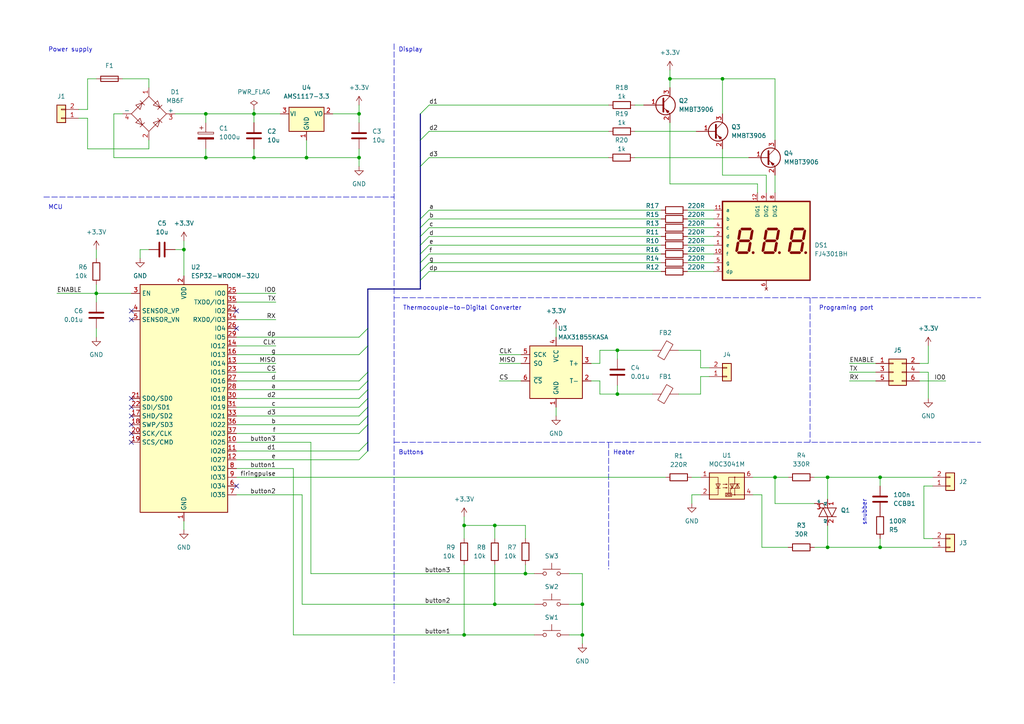
<source format=kicad_sch>
(kicad_sch (version 20211123) (generator eeschema)
  (paper "A4")
  (title_block (title "Reflow946") (date "2022-09-23") (rev "1.1") (company "Arnaud Durand"))
  (lib_symbols
    (symbol "Connector_Generic:Conn_01x02" (pin_names (offset 1.016) hide)
      (property "Reference" "J" (at 0 2.54 0))
      (property "Value" "Conn_01x02" (at 0 -5.08 0))
      (symbol "Conn_01x02_1_1"
        (pin passive line (at -5.08 0 0) (length 3.81) (name "Pin_1") (number "1"))
        (pin passive line (at -5.08 -2.54 0) (length 3.81) (name "Pin_2") (number "2"))
      )
    )
    (symbol "Connector_Generic:Conn_02x03_Odd_Even" (pin_names (offset 1.016) hide)
      (property "Reference" "J" (at 1.27 5.08 0))
      (property "Value" "Conn_02x03_Odd_Even" (at 1.27 -5.08 0))
      (symbol "Conn_02x03_Odd_Even_1_1"
        (pin passive line (at -5.08 2.54 0) (length 3.81) (name "Pin_1") (number "1"))
        (pin passive line (at 7.62 2.54 180) (length 3.81) (name "Pin_2") (number "2"))
        (pin passive line (at -5.08 0 0) (length 3.81) (name "Pin_3") (number "3"))
        (pin passive line (at 7.62 0 180) (length 3.81) (name "Pin_4") (number "4"))
        (pin passive line (at -5.08 -2.54 0) (length 3.81) (name "Pin_5") (number "5"))
        (pin passive line (at 7.62 -2.54 180) (length 3.81) (name "Pin_6") (number "6"))
      )
    )
    (symbol "Device:C" (pin_numbers hide) (pin_names (offset 0.254))
      (property "Reference" "C" (at 0.635 2.54 0))
      (property "Value" "C" (at 0.635 -2.54 0))
      (symbol "C_1_1"
        (pin passive line (at 0 3.81 270) (length 2.794) (name "~") (number "1"))
        (pin passive line (at 0 -3.81 90) (length 2.794) (name "~") (number "2"))
      )
    )
    (symbol "Device:C_Polarized" (pin_numbers hide) (pin_names (offset 0.254))
      (property "Reference" "C" (at 0.635 2.54 0))
      (property "Value" "C_Polarized" (at 0.635 -2.54 0))
      (symbol "C_Polarized_1_1"
        (pin passive line (at 0 3.81 270) (length 2.794) (name "~") (number "1"))
        (pin passive line (at 0 -3.81 90) (length 2.794) (name "~") (number "2"))
      )
    )
    (symbol "Device:FerriteBead" (pin_numbers hide) (pin_names (offset 0))
      (property "Reference" "FB" (at -3.81 0.635 90))
      (property "Value" "FerriteBead" (at 3.81 0 90))
      (symbol "FerriteBead_1_1"
        (pin passive line (at 0 3.81 270) (length 2.54) (name "~") (number "1"))
        (pin passive line (at 0 -3.81 90) (length 2.54) (name "~") (number "2"))
      )
    )
    (symbol "Device:Fuse" (pin_numbers hide) (pin_names (offset 0))
      (property "Reference" "F" (at 2.032 0 90))
      (property "Value" "Fuse" (at -1.905 0 90))
      (symbol "Fuse_1_1"
        (pin passive line (at 0 3.81 270) (length 1.27) (name "~") (number "1"))
        (pin passive line (at 0 -3.81 90) (length 1.27) (name "~") (number "2"))
      )
    )
    (symbol "Device:R" (pin_numbers hide) (pin_names (offset 0))
      (property "Reference" "R" (at 2.032 0 90))
      (property "Value" "R" (at 0 0 90))
      (symbol "R_1_1"
        (pin passive line (at 0 3.81 270) (length 1.27) (name "~") (number "1"))
        (pin passive line (at 0 -3.81 90) (length 1.27) (name "~") (number "2"))
      )
    )
    (symbol "RF_Module:ESP32-WROOM-32U"
      (property "Reference" "U" (at -12.7 34.29 0))
      (property "Value" "ESP32-WROOM-32U" (at 1.27 34.29 0))
      (symbol "ESP32-WROOM-32U_1_1"
        (pin power_in line (at 0 -35.56 90) (length 2.54) (name "GND") (number "1"))
        (pin bidirectional line (at 15.24 -12.7 180) (length 2.54) (name "IO25") (number "10"))
        (pin bidirectional line (at 15.24 -15.24 180) (length 2.54) (name "IO26") (number "11"))
        (pin bidirectional line (at 15.24 -17.78 180) (length 2.54) (name "IO27") (number "12"))
        (pin bidirectional line (at 15.24 10.16 180) (length 2.54) (name "IO14") (number "13"))
        (pin bidirectional line (at 15.24 15.24 180) (length 2.54) (name "IO12") (number "14"))
        (pin passive line (at 0 -35.56 90) (length 2.54) hide (name "GND") (number "15"))
        (pin bidirectional line (at 15.24 12.7 180) (length 2.54) (name "IO13") (number "16"))
        (pin bidirectional line (at -15.24 -5.08 0) (length 2.54) (name "SHD/SD2") (number "17"))
        (pin bidirectional line (at -15.24 -7.62 0) (length 2.54) (name "SWP/SD3") (number "18"))
        (pin bidirectional line (at -15.24 -12.7 0) (length 2.54) (name "SCS/CMD") (number "19"))
        (pin power_in line (at 0 35.56 270) (length 2.54) (name "VDD") (number "2"))
        (pin bidirectional line (at -15.24 -10.16 0) (length 2.54) (name "SCK/CLK") (number "20"))
        (pin bidirectional line (at -15.24 0 0) (length 2.54) (name "SDO/SD0") (number "21"))
        (pin bidirectional line (at -15.24 -2.54 0) (length 2.54) (name "SDI/SD1") (number "22"))
        (pin bidirectional line (at 15.24 7.62 180) (length 2.54) (name "IO15") (number "23"))
        (pin bidirectional line (at 15.24 25.4 180) (length 2.54) (name "IO2") (number "24"))
        (pin bidirectional line (at 15.24 30.48 180) (length 2.54) (name "IO0") (number "25"))
        (pin bidirectional line (at 15.24 20.32 180) (length 2.54) (name "IO4") (number "26"))
        (pin bidirectional line (at 15.24 5.08 180) (length 2.54) (name "IO16") (number "27"))
        (pin bidirectional line (at 15.24 2.54 180) (length 2.54) (name "IO17") (number "28"))
        (pin bidirectional line (at 15.24 17.78 180) (length 2.54) (name "IO5") (number "29"))
        (pin input line (at -15.24 30.48 0) (length 2.54) (name "EN") (number "3"))
        (pin bidirectional line (at 15.24 0 180) (length 2.54) (name "IO18") (number "30"))
        (pin bidirectional line (at 15.24 -2.54 180) (length 2.54) (name "IO19") (number "31"))
        (pin no_connect line (at -12.7 -27.94 0) (length 2.54) hide (name "NC") (number "32"))
        (pin bidirectional line (at 15.24 -5.08 180) (length 2.54) (name "IO21") (number "33"))
        (pin bidirectional line (at 15.24 22.86 180) (length 2.54) (name "RXD0/IO3") (number "34"))
        (pin bidirectional line (at 15.24 27.94 180) (length 2.54) (name "TXD0/IO1") (number "35"))
        (pin bidirectional line (at 15.24 -7.62 180) (length 2.54) (name "IO22") (number "36"))
        (pin bidirectional line (at 15.24 -10.16 180) (length 2.54) (name "IO23") (number "37"))
        (pin passive line (at 0 -35.56 90) (length 2.54) hide (name "GND") (number "38"))
        (pin passive line (at 0 -35.56 90) (length 2.54) hide (name "GND") (number "39"))
        (pin input line (at -15.24 25.4 0) (length 2.54) (name "SENSOR_VP") (number "4"))
        (pin input line (at -15.24 22.86 0) (length 2.54) (name "SENSOR_VN") (number "5"))
        (pin input line (at 15.24 -25.4 180) (length 2.54) (name "IO34") (number "6"))
        (pin input line (at 15.24 -27.94 180) (length 2.54) (name "IO35") (number "7"))
        (pin bidirectional line (at 15.24 -20.32 180) (length 2.54) (name "IO32") (number "8"))
        (pin bidirectional line (at 15.24 -22.86 180) (length 2.54) (name "IO33") (number "9"))
      )
    )
    (symbol "Regulator_Linear:AMS1117-3.3" (pin_names (offset 0.254))
      (property "Reference" "U" (at -3.81 3.175 0))
      (property "Value" "AMS1117-3.3" (at 0 3.175 0))
      (symbol "AMS1117-3.3_1_1"
        (pin power_in line (at 0 -7.62 90) (length 2.54) (name "GND") (number "1"))
        (pin power_out line (at 7.62 0 180) (length 2.54) (name "VO") (number "2"))
        (pin power_in line (at -7.62 0 0) (length 2.54) (name "VI") (number "3"))
      )
    )
    (symbol "Relay_SolidState:MOC3041M"
      (property "Reference" "U" (at -5.08 5.08 0))
      (property "Value" "MOC3041M" (at 0 5.08 0))
      (symbol "MOC3041M_0_0"
        (text "ZCD" (at 0.508 -2.54 0) (effects (font (size 0.508 0.508))))
      )
      (symbol "MOC3041M_1_1"
        (pin passive line (at -7.62 2.54 0) (length 2.54) (name "~") (number "1"))
        (pin passive line (at -7.62 -2.54 0) (length 2.54) (name "~") (number "2"))
        (pin no_connect line (at -5.08 0 0) (length 2.54) hide (name "NC") (number "3"))
        (pin passive line (at 7.62 -2.54 180) (length 2.54) (name "~") (number "4"))
        (pin no_connect line (at 5.08 0 180) (length 2.54) hide (name "NC") (number "5"))
        (pin passive line (at 7.62 2.54 180) (length 2.54) (name "~") (number "6"))
      )
    )
    (symbol "Sensor_Temperature:MAX31855KASA" (pin_names (offset 1.016))
      (property "Reference" "U" (at -7.62 8.89 0))
      (property "Value" "MAX31855KASA" (at 1.27 8.89 0))
      (symbol "MAX31855KASA_1_1"
        (pin power_in line (at 0 -10.16 90) (length 2.54) (name "GND") (number "1"))
        (pin passive line (at -10.16 -2.54 0) (length 2.54) (name "T-") (number "2"))
        (pin passive line (at -10.16 2.54 0) (length 2.54) (name "T+") (number "3"))
        (pin power_in line (at 0 10.16 270) (length 2.54) (name "VCC") (number "4"))
        (pin input line (at 10.16 5.08 180) (length 2.54) (name "SCK") (number "5"))
        (pin input line (at 10.16 -2.54 180) (length 2.54) (name "~{CS}") (number "6"))
        (pin tri_state line (at 10.16 2.54 180) (length 2.54) (name "SO") (number "7"))
      )
    )
    (symbol "Switch:SW_Push" (pin_numbers hide) (pin_names (offset 1.016) hide)
      (property "Reference" "SW" (at 1.27 2.54 0))
      (property "Value" "SW_Push" (at 0 -1.524 0))
      (symbol "SW_Push_0_1"
        (pin passive line (at -5.08 0 0) (length 2.54) (name "1") (number "1"))
        (pin passive line (at 5.08 0 180) (length 2.54) (name "2") (number "2"))
      )
    )
    (symbol "Transistor_BJT:MMBT3906" (pin_names (offset 0) hide)
      (property "Reference" "Q" (at 5.08 1.905 0))
      (property "Value" "MMBT3906" (at 5.08 0 0))
      (symbol "MMBT3906_1_1"
        (pin input line (at -5.08 0 0) (length 5.715) (name "B") (number "1"))
        (pin passive line (at 2.54 -5.08 90) (length 2.54) (name "E") (number "2"))
        (pin passive line (at 2.54 5.08 270) (length 2.54) (name "C") (number "3"))
      )
    )
    (symbol "Triac_Thyristor:BTA16-600B" (pin_names (offset 0))
      (property "Reference" "Q" (at 5.08 1.905 0))
      (property "Value" "BTA16-600B" (at 5.08 0 0))
      (symbol "BTA16-600B_1_1"
        (pin passive line (at 0 -3.81 90) (length 2.54) (name "A1") (number "1"))
        (pin passive line (at 0 3.81 270) (length 2.54) (name "A2") (number "2"))
        (pin input line (at -3.81 -2.54 0) (length 2.54) (name "G") (number "3"))
      )
    )
    (symbol "power:+3.3V" (power) (pin_names (offset 0))
      (property "Value" "+3.3V" (at 0 3.556 0))
      (symbol "+3.3V_1_1"
        (pin power_in line (at 0 0 90) (length 0) hide (name "+3.3V") (number "1"))
      )
    )
    (symbol "power:GND" (power) (pin_names (offset 0))
      (property "Value" "GND" (at 0 -3.81 0))
      (symbol "GND_1_1"
        (pin power_in line (at 0 0 270) (length 0) hide (name "GND") (number "1"))
      )
    )
    (symbol "power:PWR_FLAG" (power) (pin_numbers hide) (pin_names (offset 0) hide)
      (property "Value" "PWR_FLAG" (at 0 3.81 0))
      (symbol "PWR_FLAG_0_0"
        (pin power_out line (at 0 0 90) (length 0) (name "pwr") (number "1"))
      )
    )
    (symbol "reflow946:FJ4301BH" (pin_names (offset 1.016))
      (property "Reference" "DS" (at 13.97 8.89 0))
      (symbol "FJ4301BH_0_0"
        (pin passive line (at -15.24 -1.27 0) (length 2.54) (name "e") (number "1"))
        (pin passive line (at -15.24 -3.81 0) (length 2.54) (name "f") (number "10"))
        (pin passive line (at -15.24 8.89 0) (length 2.54) (name "a") (number "11"))
        (pin passive line (at -2.54 13.97 270) (length 2.54) (name "DIG1") (number "12"))
        (pin passive line (at -15.24 1.27 0) (length 2.54) (name "d") (number "2"))
        (pin passive line (at -15.24 -8.89 0) (length 2.54) (name "dp") (number "3"))
        (pin passive line (at -15.24 3.81 0) (length 2.54) (name "c") (number "4"))
        (pin passive line (at -15.24 -6.35 0) (length 2.54) (name "g") (number "5"))
        (pin no_connect line (at 0 -13.97 90) (length 2.54) (name "~") (number "6"))
        (pin passive line (at -15.24 6.35 0) (length 2.54) (name "b") (number "7"))
        (pin passive line (at 2.54 13.97 270) (length 2.54) (name "DIG3") (number "8"))
        (pin passive line (at 0 13.97 270) (length 2.54) (name "DIG2") (number "9"))
      )
    )
    (symbol "reflow946:MB6F" (pin_names (offset 0))
      (property "Reference" "D" (at 2.54 6.985 0))
      (property "Value" "MB6F" (at 2.54 5.08 0))
      (symbol "MB6F_1_1"
        (pin passive line (at 0 -7.62 90) (length 2.54) (name "~") (number "1"))
        (pin passive line (at 0 7.62 270) (length 2.54) (name "~") (number "2"))
        (pin passive line (at 7.62 0 180) (length 2.54) (name "+") (number "3"))
        (pin passive line (at -7.62 0 0) (length 2.54) (name "-") (number "4"))
      )
    )
  )
  (junction (at 134.62 184.15))
  (junction (at 134.62 152.4))
  (junction (at 73.66 33.02))
  (junction (at 143.51 175.26))
  (junction (at 179.07 101.6))
  (junction (at 53.34 72.39))
  (junction (at 255.27 158.75))
  (junction (at 224.79 138.43))
  (junction (at 59.69 45.72))
  (junction (at 240.03 158.75))
  (junction (at 88.9 45.72))
  (junction (at 104.14 45.72))
  (junction (at 27.94 85.09))
  (junction (at 152.4 166.37))
  (junction (at 209.55 22.86))
  (junction (at 104.14 33.02))
  (junction (at 168.91 175.26))
  (junction (at 194.31 22.86))
  (junction (at 143.51 152.4))
  (junction (at 179.07 114.3))
  (junction (at 59.69 33.02))
  (junction (at 168.91 184.15))
  (junction (at 73.66 45.72))
  (junction (at 240.03 138.43))
  (junction (at 255.27 138.43))
  (no_connect (at 68.58 90.17))
  (no_connect (at 68.58 95.25))
  (no_connect (at 68.58 140.97))
  (no_connect (at 38.1 120.65))
  (no_connect (at 38.1 128.27))
  (no_connect (at 38.1 125.73))
  (no_connect (at 38.1 115.57))
  (no_connect (at 38.1 123.19))
  (no_connect (at 38.1 118.11))
  (no_connect (at 38.1 90.17))
  (no_connect (at 38.1 92.71))
  (bus_entry (at 124.46 71.12) (size -2.54 2.54))
  (bus_entry (at 104.14 115.57) (size 2.54 -2.54))
  (bus_entry (at 104.14 97.79) (size 2.54 -2.54))
  (bus_entry (at 104.14 125.73) (size 2.54 -2.54))
  (bus_entry (at 104.14 110.49) (size 2.54 -2.54))
  (bus_entry (at 124.46 38.1) (size -2.54 2.54))
  (bus_entry (at 124.46 68.58) (size -2.54 2.54))
  (bus_entry (at 124.46 78.74) (size -2.54 2.54))
  (bus_entry (at 104.14 133.35) (size 2.54 -2.54))
  (bus_entry (at 124.46 45.72) (size -2.54 2.54))
  (bus_entry (at 124.46 76.2) (size -2.54 2.54))
  (bus_entry (at 124.46 30.48) (size -2.54 2.54))
  (bus_entry (at 104.14 113.03) (size 2.54 -2.54))
  (bus_entry (at 104.14 118.11) (size 2.54 -2.54))
  (bus_entry (at 124.46 63.5) (size -2.54 2.54))
  (bus_entry (at 104.14 120.65) (size 2.54 -2.54))
  (bus_entry (at 104.14 123.19) (size 2.54 -2.54))
  (bus_entry (at 124.46 66.04) (size -2.54 2.54))
  (bus_entry (at 104.14 102.87) (size 2.54 -2.54))
  (bus_entry (at 104.14 130.81) (size 2.54 -2.54))
  (bus_entry (at 124.46 60.96) (size -2.54 2.54))
  (bus_entry (at 124.46 73.66) (size -2.54 2.54))
  (bus (pts (xy 121.92 76.2) (xy 121.92 78.74)))
  (bus (pts (xy 106.68 123.19) (xy 106.68 128.27)))
  (wire (pts (xy 255.27 138.43) (xy 255.27 140.97)))
  (polyline (pts (xy 114.3 128.27) (xy 284.48 128.27)))
  (wire (pts (xy 205.74 106.68) (xy 203.2 106.68)))
  (wire (pts (xy 179.07 101.6) (xy 189.23 101.6)))
  (wire (pts (xy 267.97 156.21) (xy 270.51 156.21)))
  (wire (pts (xy 200.66 143.51) (xy 200.66 146.05)))
  (wire (pts (xy 224.79 50.8) (xy 224.79 55.88)))
  (bus (pts (xy 106.68 115.57) (xy 106.68 118.11)))
  (wire (pts (xy 27.94 72.39) (xy 27.94 74.93)))
  (bus (pts (xy 106.68 83.82) (xy 106.68 95.25)))
  (wire (pts (xy 68.58 128.27) (xy 90.17 128.27)))
  (wire (pts (xy 124.46 71.12) (xy 191.77 71.12)))
  (wire (pts (xy 134.62 184.15) (xy 85.09 184.15)))
  (wire (pts (xy 40.64 72.39) (xy 43.18 72.39)))
  (wire (pts (xy 27.94 82.55) (xy 27.94 85.09)))
  (wire (pts (xy 196.85 114.3) (xy 203.2 114.3)))
  (wire (pts (xy 224.79 146.05) (xy 236.22 146.05)))
  (wire (pts (xy 25.4 43.18) (xy 43.18 43.18)))
  (wire (pts (xy 85.09 135.89) (xy 85.09 184.15)))
  (wire (pts (xy 152.4 166.37) (xy 152.4 163.83)))
  (wire (pts (xy 168.91 175.26) (xy 168.91 184.15)))
  (wire (pts (xy 124.46 73.66) (xy 191.77 73.66)))
  (wire (pts (xy 143.51 152.4) (xy 143.51 156.21)))
  (wire (pts (xy 87.63 175.26) (xy 87.63 143.51)))
  (wire (pts (xy 104.14 35.56) (xy 104.14 33.02)))
  (wire (pts (xy 199.39 68.58) (xy 207.01 68.58)))
  (wire (pts (xy 184.15 30.48) (xy 186.69 30.48)))
  (polyline (pts (xy 234.95 86.36) (xy 234.95 128.27)))
  (wire (pts (xy 53.34 72.39) (xy 53.34 80.01)))
  (wire (pts (xy 203.2 106.68) (xy 203.2 101.6)))
  (wire (pts (xy 68.58 135.89) (xy 85.09 135.89)))
  (polyline (pts (xy 114.3 86.36) (xy 284.48 86.36)))
  (wire (pts (xy 134.62 149.86) (xy 134.62 152.4)))
  (wire (pts (xy 199.39 78.74) (xy 207.01 78.74)))
  (wire (pts (xy 124.46 78.74) (xy 191.77 78.74)))
  (wire (pts (xy 104.14 45.72) (xy 88.9 45.72)))
  (bus (pts (xy 121.92 83.82) (xy 121.92 81.28)))
  (wire (pts (xy 269.24 107.95) (xy 269.24 115.57)))
  (wire (pts (xy 266.7 110.49) (xy 274.32 110.49)))
  (wire (pts (xy 267.97 156.21) (xy 267.97 140.97)))
  (wire (pts (xy 68.58 133.35) (xy 104.14 133.35)))
  (wire (pts (xy 184.15 38.1) (xy 201.93 38.1)))
  (wire (pts (xy 27.94 85.09) (xy 27.94 87.63)))
  (wire (pts (xy 68.58 123.19) (xy 104.14 123.19)))
  (wire (pts (xy 143.51 152.4) (xy 134.62 152.4)))
  (wire (pts (xy 236.22 138.43) (xy 240.03 138.43)))
  (bus (pts (xy 121.92 71.12) (xy 121.92 73.66)))
  (bus (pts (xy 106.68 95.25) (xy 106.68 100.33)))
  (wire (pts (xy 199.39 63.5) (xy 207.01 63.5)))
  (wire (pts (xy 104.14 45.72) (xy 104.14 48.26)))
  (wire (pts (xy 255.27 158.75) (xy 270.51 158.75)))
  (wire (pts (xy 59.69 35.56) (xy 59.69 33.02)))
  (wire (pts (xy 219.71 53.34) (xy 219.71 55.88)))
  (wire (pts (xy 154.94 184.15) (xy 134.62 184.15)))
  (polyline (pts (xy 114.3 12.7) (xy 114.3 198.12)))
  (wire (pts (xy 68.58 130.81) (xy 104.14 130.81)))
  (wire (pts (xy 68.58 143.51) (xy 87.63 143.51)))
  (wire (pts (xy 165.1 166.37) (xy 168.91 166.37)))
  (wire (pts (xy 68.58 102.87) (xy 104.14 102.87)))
  (wire (pts (xy 43.18 22.86) (xy 43.18 25.4)))
  (wire (pts (xy 179.07 111.76) (xy 179.07 114.3)))
  (wire (pts (xy 124.46 38.1) (xy 176.53 38.1)))
  (bus (pts (xy 121.92 78.74) (xy 121.92 81.28)))
  (wire (pts (xy 124.46 76.2) (xy 191.77 76.2)))
  (wire (pts (xy 68.58 105.41) (xy 80.01 105.41)))
  (wire (pts (xy 222.25 50.8) (xy 222.25 55.88)))
  (wire (pts (xy 179.07 101.6) (xy 179.07 104.14)))
  (wire (pts (xy 154.94 175.26) (xy 143.51 175.26)))
  (wire (pts (xy 40.64 74.93) (xy 40.64 72.39)))
  (wire (pts (xy 33.02 45.72) (xy 59.69 45.72)))
  (wire (pts (xy 124.46 68.58) (xy 191.77 68.58)))
  (wire (pts (xy 104.14 30.48) (xy 104.14 33.02)))
  (wire (pts (xy 35.56 33.02) (xy 33.02 33.02)))
  (wire (pts (xy 224.79 138.43) (xy 224.79 146.05)))
  (wire (pts (xy 196.85 101.6) (xy 203.2 101.6)))
  (wire (pts (xy 266.7 107.95) (xy 269.24 107.95)))
  (wire (pts (xy 161.29 95.25) (xy 161.29 97.79)))
  (wire (pts (xy 199.39 73.66) (xy 207.01 73.66)))
  (wire (pts (xy 209.55 43.18) (xy 209.55 50.8)))
  (wire (pts (xy 27.94 95.25) (xy 27.94 97.79)))
  (bus (pts (xy 121.92 33.02) (xy 121.92 40.64)))
  (wire (pts (xy 50.8 72.39) (xy 53.34 72.39)))
  (wire (pts (xy 68.58 87.63) (xy 80.01 87.63)))
  (wire (pts (xy 73.66 33.02) (xy 73.66 35.56)))
  (polyline (pts (xy 12.7 57.15) (xy 114.3 57.15)))
  (wire (pts (xy 168.91 166.37) (xy 168.91 175.26)))
  (wire (pts (xy 246.38 105.41) (xy 254 105.41)))
  (wire (pts (xy 218.44 138.43) (xy 224.79 138.43)))
  (wire (pts (xy 220.98 158.75) (xy 228.6 158.75)))
  (wire (pts (xy 144.78 105.41) (xy 151.13 105.41)))
  (wire (pts (xy 81.28 33.02) (xy 73.66 33.02)))
  (wire (pts (xy 203.2 109.22) (xy 203.2 114.3)))
  (wire (pts (xy 59.69 43.18) (xy 59.69 45.72)))
  (wire (pts (xy 228.6 138.43) (xy 224.79 138.43)))
  (wire (pts (xy 199.39 76.2) (xy 207.01 76.2)))
  (wire (pts (xy 68.58 107.95) (xy 80.01 107.95)))
  (wire (pts (xy 173.99 101.6) (xy 179.07 101.6)))
  (wire (pts (xy 236.22 158.75) (xy 240.03 158.75)))
  (bus (pts (xy 106.68 100.33) (xy 106.68 107.95)))
  (wire (pts (xy 68.58 92.71) (xy 80.01 92.71)))
  (wire (pts (xy 73.66 31.75) (xy 73.66 33.02)))
  (wire (pts (xy 154.94 166.37) (xy 152.4 166.37)))
  (wire (pts (xy 144.78 110.49) (xy 151.13 110.49)))
  (wire (pts (xy 25.4 22.86) (xy 27.94 22.86)))
  (wire (pts (xy 194.31 35.56) (xy 194.31 53.34)))
  (wire (pts (xy 68.58 97.79) (xy 104.14 97.79)))
  (wire (pts (xy 205.74 109.22) (xy 203.2 109.22)))
  (wire (pts (xy 267.97 140.97) (xy 270.51 140.97)))
  (wire (pts (xy 22.86 31.75) (xy 25.4 31.75)))
  (wire (pts (xy 25.4 31.75) (xy 25.4 22.86)))
  (wire (pts (xy 209.55 22.86) (xy 194.31 22.86)))
  (wire (pts (xy 53.34 151.13) (xy 53.34 153.67)))
  (bus (pts (xy 121.92 48.26) (xy 121.92 63.5)))
  (wire (pts (xy 134.62 156.21) (xy 134.62 152.4)))
  (bus (pts (xy 121.92 66.04) (xy 121.92 68.58)))
  (wire (pts (xy 59.69 33.02) (xy 73.66 33.02)))
  (wire (pts (xy 224.79 40.64) (xy 224.79 22.86)))
  (wire (pts (xy 22.86 34.29) (xy 25.4 34.29)))
  (bus (pts (xy 106.68 83.82) (xy 121.92 83.82)))
  (wire (pts (xy 240.03 152.4) (xy 240.03 158.75)))
  (wire (pts (xy 35.56 22.86) (xy 43.18 22.86)))
  (wire (pts (xy 194.31 22.86) (xy 194.31 25.4)))
  (bus (pts (xy 106.68 113.03) (xy 106.68 115.57)))
  (wire (pts (xy 173.99 105.41) (xy 173.99 101.6)))
  (wire (pts (xy 168.91 175.26) (xy 165.1 175.26)))
  (wire (pts (xy 152.4 156.21) (xy 152.4 152.4)))
  (bus (pts (xy 106.68 118.11) (xy 106.68 120.65)))
  (wire (pts (xy 25.4 34.29) (xy 25.4 43.18)))
  (wire (pts (xy 269.24 105.41) (xy 266.7 105.41)))
  (bus (pts (xy 121.92 40.64) (xy 121.92 48.26)))
  (bus (pts (xy 121.92 73.66) (xy 121.92 76.2)))
  (wire (pts (xy 199.39 60.96) (xy 207.01 60.96)))
  (wire (pts (xy 173.99 110.49) (xy 173.99 114.3)))
  (wire (pts (xy 173.99 114.3) (xy 179.07 114.3)))
  (wire (pts (xy 104.14 43.18) (xy 104.14 45.72)))
  (wire (pts (xy 246.38 107.95) (xy 254 107.95)))
  (wire (pts (xy 16.51 85.09) (xy 27.94 85.09)))
  (wire (pts (xy 124.46 66.04) (xy 191.77 66.04)))
  (wire (pts (xy 194.31 53.34) (xy 219.71 53.34)))
  (wire (pts (xy 179.07 114.3) (xy 189.23 114.3)))
  (wire (pts (xy 143.51 175.26) (xy 87.63 175.26)))
  (wire (pts (xy 171.45 105.41) (xy 173.99 105.41)))
  (wire (pts (xy 90.17 166.37) (xy 90.17 128.27)))
  (wire (pts (xy 199.39 71.12) (xy 207.01 71.12)))
  (wire (pts (xy 68.58 110.49) (xy 104.14 110.49)))
  (wire (pts (xy 68.58 115.57) (xy 104.14 115.57)))
  (wire (pts (xy 68.58 100.33) (xy 80.01 100.33)))
  (wire (pts (xy 209.55 50.8) (xy 222.25 50.8)))
  (wire (pts (xy 124.46 60.96) (xy 191.77 60.96)))
  (wire (pts (xy 218.44 143.51) (xy 220.98 143.51)))
  (wire (pts (xy 203.2 143.51) (xy 200.66 143.51)))
  (wire (pts (xy 161.29 118.11) (xy 161.29 120.65)))
  (wire (pts (xy 88.9 45.72) (xy 88.9 40.64)))
  (wire (pts (xy 152.4 152.4) (xy 143.51 152.4)))
  (wire (pts (xy 168.91 184.15) (xy 168.91 186.69)))
  (wire (pts (xy 240.03 144.78) (xy 240.03 138.43)))
  (wire (pts (xy 199.39 66.04) (xy 207.01 66.04)))
  (wire (pts (xy 68.58 85.09) (xy 80.01 85.09)))
  (wire (pts (xy 68.58 125.73) (xy 104.14 125.73)))
  (wire (pts (xy 255.27 158.75) (xy 255.27 156.21)))
  (wire (pts (xy 224.79 22.86) (xy 209.55 22.86)))
  (wire (pts (xy 269.24 100.33) (xy 269.24 105.41)))
  (bus (pts (xy 121.92 63.5) (xy 121.92 66.04)))
  (wire (pts (xy 200.66 138.43) (xy 203.2 138.43)))
  (wire (pts (xy 124.46 45.72) (xy 176.4766 45.72)))
  (wire (pts (xy 255.27 138.43) (xy 270.51 138.43)))
  (wire (pts (xy 124.46 30.48) (xy 176.53 30.48)))
  (wire (pts (xy 144.78 102.87) (xy 151.13 102.87)))
  (wire (pts (xy 43.18 43.18) (xy 43.18 40.64)))
  (bus (pts (xy 106.68 107.95) (xy 106.68 110.49)))
  (wire (pts (xy 68.58 113.03) (xy 104.14 113.03)))
  (wire (pts (xy 220.98 143.51) (xy 220.98 158.75)))
  (wire (pts (xy 104.14 33.02) (xy 96.52 33.02)))
  (wire (pts (xy 59.69 45.72) (xy 73.66 45.72)))
  (wire (pts (xy 194.31 20.32) (xy 194.31 22.86)))
  (wire (pts (xy 240.03 138.43) (xy 255.27 138.43)))
  (wire (pts (xy 68.58 138.43) (xy 193.04 138.43)))
  (wire (pts (xy 134.62 184.15) (xy 134.62 163.83)))
  (wire (pts (xy 171.45 110.49) (xy 173.99 110.49)))
  (wire (pts (xy 27.94 85.09) (xy 38.1 85.09)))
  (wire (pts (xy 124.46 63.5) (xy 191.77 63.5)))
  (wire (pts (xy 168.91 184.15) (xy 165.1 184.15)))
  (wire (pts (xy 68.58 120.65) (xy 104.14 120.65)))
  (wire (pts (xy 73.66 45.72) (xy 88.9 45.72)))
  (wire (pts (xy 68.58 118.11) (xy 104.14 118.11)))
  (bus (pts (xy 106.68 110.49) (xy 106.68 113.03)))
  (wire (pts (xy 240.03 158.75) (xy 255.27 158.75)))
  (wire (pts (xy 73.66 43.18) (xy 73.66 45.72)))
  (wire (pts (xy 184.0966 45.72) (xy 217.17 45.72)))
  (polyline (pts (xy 176.53 128.27) (xy 176.53 165.1)))
  (wire (pts (xy 246.38 110.49) (xy 254 110.49)))
  (wire (pts (xy 209.55 33.02) (xy 209.55 22.86)))
  (wire (pts (xy 90.17 166.37) (xy 152.4 166.37)))
  (wire (pts (xy 50.8 33.02) (xy 59.69 33.02)))
  (wire (pts (xy 33.02 33.02) (xy 33.02 45.72)))
  (wire (pts (xy 53.34 69.85) (xy 53.34 72.39)))
  (wire (pts (xy 143.51 163.83) (xy 143.51 175.26)))
  (bus (pts (xy 106.68 128.27) (xy 106.68 130.81)))
  (bus (pts (xy 121.92 68.58) (xy 121.92 71.12)))
  (bus (pts (xy 106.68 120.65) (xy 106.68 123.19)))
  (text "Power supply" (at 13.97 15.24 0) (effects (font (size 1.27 1.27)) (justify left bottom)))
  (text "Programing port" (at 237.49 90.17 0) (effects (font (size 1.27 1.27)) (justify left bottom)))
  (text "Thermocouple-to-Digital Converter" (at 116.84 90.17 0) (effects (font (size 1.27 1.27)) (justify left bottom)))
  (text "snubber" (at 251.46 144.78 270) (effects (font (size 1.27 1.27)) (justify right bottom)))
  (text "MCU" (at 13.97 60.96 0) (effects (font (size 1.27 1.27)) (justify left bottom)))
  (text "Heater" (at 177.8 132.08 0) (effects (font (size 1.27 1.27)) (justify left bottom)))
  (text "Display" (at 115.57 15.24 0) (effects (font (size 1.27 1.27)) (justify left bottom)))
  (text "Buttons" (at 115.57 132.08 0) (effects (font (size 1.27 1.27)) (justify left bottom)))
  (label "d" (at 80.01 110.49 180))
  (label "CLK" (at 144.78 102.87 0))
  (label "dp" (at 77.47 97.79 0))
  (label "d3" (at 124.46 45.72 0))
  (label "button3" (at 123.19 166.37 0))
  (label "button2" (at 80.01 143.51 180))
  (label "c" (at 80.01 118.11 180))
  (label "c" (at 124.46 66.04 0))
  (label "a" (at 124.46 60.96 0))
  (label "TX" (at 246.38 107.95 0))
  (label "CS" (at 80.01 107.95 180))
  (label "RX" (at 80.01 92.71 180))
  (label "ENABLE" (at 246.38 105.41 0))
  (label "e" (at 124.46 71.12 0))
  (label "ENABLE" (at 16.51 85.09 0))
  (label "firingpulse" (at 80.01 138.43 180))
  (label "d" (at 124.46 68.58 0))
  (label "dp" (at 124.46 78.74 0))
  (label "g" (at 80.01 102.87 180))
  (label "IO0" (at 80.01 85.09 180))
  (label "button1" (at 123.19 184.15 0))
  (label "d1" (at 124.46 30.48 0))
  (label "CS" (at 144.78 110.49 0))
  (label "CLK" (at 80.01 100.33 180))
  (label "MISO" (at 80.01 105.41 180))
  (label "d3" (at 80.01 120.65 180))
  (label "button3" (at 80.01 128.27 180))
  (label "f" (at 80.01 125.73 180))
  (label "MISO" (at 144.78 105.41 0))
  (label "a" (at 80.01 113.03 180))
  (label "d2" (at 80.01 115.57 180))
  (label "IO0" (at 274.32 110.49 180))
  (label "f" (at 124.46 73.66 0))
  (label "TX" (at 80.01 87.63 180))
  (label "button2" (at 123.19 175.26 0))
  (label "d2" (at 124.46 38.1 0))
  (label "RX" (at 246.38 110.49 0))
  (label "b" (at 80.01 123.19 180))
  (label "b" (at 124.46 63.5 0))
  (label "e" (at 80.01 133.35 180))
  (label "button1" (at 80.01 135.89 180))
  (label "d1" (at 80.01 130.81 180))
  (label "g" (at 124.46 76.2 0))
  (symbol (lib_id "Device:C") (at 46.99 72.39 90) (unit 1)
    (property "Reference" "C5" (at 46.99 64.77 90))
    (property "Value" "10u" (at 46.99 67.31 90))
    (property "Footprint" "Capacitor_SMD:C_0805_2012Metric_Pad1.18x1.45mm_HandSolder" (effects hide))
  )
  (symbol (lib_id "Regulator_Linear:AMS1117-3.3") (at 88.9 33.02 0) (unit 1)
    (property "Reference" "U4" (at 88.9 25.4 0))
    (property "Value" "AMS1117-3.3" (at 88.9 27.94 0))
    (property "Footprint" "Package_TO_SOT_SMD:SOT-223-3_TabPin2" (effects hide))
    (property "Datasheet" "http://www.advanced-monolithic.com/pdf/ds1117.pdf" (effects hide))
    (property "LCSC Part #" "C6186" (effects hide))
    (property "Part Number" "AMS1117-3.3" (effects hide))
  )
  (symbol (lib_id "power:GND") (at 104.14 48.26 0) (unit 1)
    (property "Reference" "#PWR0104" (effects hide))
    (property "Value" "GND" (at 104.14 53.34 0))
  )
  (symbol (lib_id "Device:R") (at 134.62 160.02 0) (mirror x) (unit 1)
    (property "Reference" "R9" (at 132.08 158.7499 0) (effects (justify right)))
    (property "Value" "10k" (at 132.08 161.2899 0) (effects (justify right)))
    (property "Footprint" "Resistor_SMD:R_0603_1608Metric_Pad0.98x0.95mm_HandSolder" (effects hide))
  )
  (symbol (lib_id "Device:R") (at 195.58 63.5 90) (unit 1)
    (property "Reference" "R15" (at 189.23 62.23 90))
    (property "Value" "220R" (at 201.93 62.23 90))
    (property "Footprint" "Resistor_SMD:R_0603_1608Metric_Pad0.98x0.95mm_HandSolder" (effects hide))
  )
  (symbol (lib_id "power:+3.3V") (at 194.31 20.32 0) (unit 1)
    (property "Reference" "#PWR0115" (effects hide))
    (property "Value" "+3.3V" (at 194.31 15.24 0))
  )
  (symbol (lib_id "reflow946:FJ4301BH") (at 222.25 69.85 0) (unit 1)
    (property "Reference" "DS1" (at 236.22 71.1199 0) (effects (justify left)))
    (property "Value" "FJ4301BH" (at 236.22 73.6599 0) (effects (justify left)))
    (property "Footprint" "reflow946:FJ4301BH" (effects hide))
    (property "LCSC Part #" "C10706" (effects hide))
    (property "Part Number" "C10706" (effects hide))
  )
  (symbol (lib_id "Device:R") (at 195.58 76.2 90) (unit 1)
    (property "Reference" "R14" (at 189.23 74.93 90))
    (property "Value" "220R" (at 201.93 74.93 90))
    (property "Footprint" "Resistor_SMD:R_0603_1608Metric_Pad0.98x0.95mm_HandSolder" (effects hide))
  )
  (symbol (lib_id "Sensor_Temperature:MAX31855KASA") (at 161.29 107.95 0) (mirror y) (unit 1)
    (property "Reference" "U3" (at 161.8106 95.25 0) (effects (justify right)))
    (property "Value" "MAX31855KASA" (at 161.8106 97.79 0) (effects (justify right)))
    (property "Footprint" "Package_SO:SOIC-8_3.9x4.9mm_P1.27mm" (effects hide))
    (property "Datasheet" "http://datasheets.maximintegrated.com/en/ds/MAX31855.pdf" (effects hide))
    (property "LCSC Part #" "C52028" (effects hide))
    (property "Part Number" "MAX31855KASA+T" (effects hide))
  )
  (symbol (lib_id "Device:C") (at 73.66 39.37 0) (unit 1)
    (property "Reference" "C2" (at 77.47 38.0999 0) (effects (justify left)))
    (property "Value" "10u" (at 77.47 40.6399 0) (effects (justify left)))
    (property "Footprint" "Capacitor_SMD:C_0805_2012Metric_Pad1.18x1.45mm_HandSolder" (effects hide))
  )
  (symbol (lib_id "Connector_Generic:Conn_01x02") (at 210.82 109.22 0) (mirror x) (unit 1)
    (property "Reference" "J4" (at 210.82 102.87 0))
    (property "Value" "XH-A2" (effects hide))
    (property "Footprint" "reflow946:CONN-TH_XH-2A" (effects hide))
    (property "LCSC Part #" "C20079" (effects hide))
    (property "Part Number" "XH-2A" (effects hide))
  )
  (symbol (lib_id "Device:R") (at 180.34 38.1 90) (unit 1)
    (property "Reference" "R19" (at 180.34 33.02 90))
    (property "Value" "1k" (at 180.34 35.56 90))
    (property "Footprint" "Resistor_SMD:R_0603_1608Metric_Pad0.98x0.95mm_HandSolder" (effects hide))
  )
  (symbol (lib_id "power:GND") (at 40.64 74.93 0) (unit 1)
    (property "Reference" "#PWR0108" (effects hide))
    (property "Value" "GND" (at 40.64 80.01 0))
  )
  (symbol (lib_id "power:GND") (at 200.66 146.05 0) (unit 1)
    (property "Reference" "#PWR0105" (effects hide))
    (property "Value" "GND" (at 200.66 151.13 0))
  )
  (symbol (lib_id "power:+3.3V") (at 104.14 30.48 0) (unit 1)
    (property "Reference" "#PWR0103" (effects hide))
    (property "Value" "+3.3V" (at 104.14 25.4 0))
  )
  (symbol (lib_id "Device:R") (at 143.51 160.02 0) (mirror x) (unit 1)
    (property "Reference" "R8" (at 140.97 158.7499 0) (effects (justify right)))
    (property "Value" "10k" (at 140.97 161.2899 0) (effects (justify right)))
    (property "Footprint" "Resistor_SMD:R_0603_1608Metric_Pad0.98x0.95mm_HandSolder" (effects hide))
  )
  (symbol (lib_id "Device:R") (at 196.85 138.43 90) (unit 1)
    (property "Reference" "R1" (at 196.85 132.2376 90))
    (property "Value" "220R" (at 196.85 134.7776 90))
    (property "Footprint" "Resistor_SMD:R_0603_1608Metric_Pad0.98x0.95mm_HandSolder" (effects hide))
  )
  (symbol (lib_id "Device:FerriteBead") (at 193.04 114.3 90) (unit 1)
    (property "Reference" "FB1" (at 192.9892 109.22 90))
    (property "Value" "FerriteBead" (effects hide))
    (property "Footprint" "Resistor_SMD:R_0402_1005Metric_Pad0.72x0.64mm_HandSolder" (effects hide))
  )
  (symbol (lib_id "Device:C") (at 255.27 144.78 0) (mirror x) (unit 1)
    (property "Reference" "CCBB1" (at 259.08 146.0501 0) (effects (justify left)))
    (property "Value" "100n" (at 259.08 143.5101 0) (effects (justify left)))
    (property "Footprint" "Capacitor_THT:C_Rect_L13.0mm_W6.0mm_P10.00mm_FKS3_FKP3_MKS4" (effects hide))
    (property "LCSC Part #" "C105712" (effects hide))
    (property "Part Number" "MP1104K44C3R6LC" (effects hide))
  )
  (symbol (lib_id "Device:Fuse") (at 31.75 22.86 90) (unit 1)
    (property "Reference" "F1" (at 31.75 19.05 90))
    (property "Value" "SMD0805-020-16V" (effects hide))
    (property "Footprint" "Fuse:Fuse_0805_2012Metric_Pad1.15x1.40mm_HandSolder" (effects hide))
    (property "LCSC Part #" "C70057" (effects hide))
    (property "Part Number" "SMD0805-020-16V" (effects hide))
  )
  (symbol (lib_id "Device:R") (at 180.34 30.48 90) (unit 1)
    (property "Reference" "R18" (at 180.34 25.4 90))
    (property "Value" "1k" (at 180.34 27.94 90))
    (property "Footprint" "Resistor_SMD:R_0603_1608Metric_Pad0.98x0.95mm_HandSolder" (effects hide))
  )
  (symbol (lib_id "Device:R") (at 195.58 78.74 90) (unit 1)
    (property "Reference" "R12" (at 189.23 77.47 90))
    (property "Value" "220R" (at 201.93 77.47 90))
    (property "Footprint" "Resistor_SMD:R_0603_1608Metric_Pad0.98x0.95mm_HandSolder" (effects hide))
  )
  (symbol (lib_id "Relay_SolidState:MOC3041M") (at 210.82 140.97 0) (unit 1)
    (property "Reference" "U1" (at 210.82 132.08 0))
    (property "Value" "MOC3041M" (at 210.82 134.62 0))
    (property "Footprint" "Package_DIP:DIP-6_W7.62mm_LongPads" (effects hide))
    (property "Datasheet" "https://www.onsemi.com/pub/Collateral/MOC3043M-D.pdf" (effects hide))
    (property "LCSC Part #" "C8921" (effects hide))
    (property "Part Number" "MOC3041M" (effects hide))
  )
  (symbol (lib_id "Device:R") (at 255.27 152.4 0) (mirror y) (unit 1)
    (property "Reference" "R5" (at 257.81 153.6701 0) (effects (justify right)))
    (property "Value" "100R" (at 257.81 151.1301 0) (effects (justify right)))
    (property "Footprint" "Resistor_THT:R_Axial_DIN0414_L11.9mm_D4.5mm_P15.24mm_Horizontal" (effects hide))
  )
  (symbol (lib_id "Device:R") (at 180.2866 45.72 90) (unit 1)
    (property "Reference" "R20" (at 180.2866 40.64 90))
    (property "Value" "1k" (at 180.2866 43.18 90))
    (property "Footprint" "Resistor_SMD:R_0603_1608Metric_Pad0.98x0.95mm_HandSolder" (effects hide))
  )
  (symbol (lib_id "RF_Module:ESP32-WROOM-32U") (at 53.34 115.57 0) (unit 1)
    (property "Reference" "U2" (at 55.3594 77.47 0) (effects (justify left)))
    (property "Value" "ESP32-WROOM-32U" (at 55.3594 80.01 0) (effects (justify left)))
    (property "Footprint" "RF_Module:ESP32-WROOM-32U" (effects hide))
    (property "Datasheet" "https://www.espressif.com/sites/default/files/documentation/esp32-wroom-32d_esp32-wroom-32u_datasheet_en.pdf" (effects hide))
    (property "LCSC Part #" "C3013938" (effects hide))
    (property "Part Number" "ESP32-WROOM-32U-H4" (effects hide))
  )
  (symbol (lib_id "Switch:SW_Push") (at 160.02 184.15 0) (unit 1)
    (property "Reference" "SW1" (at 160.02 179.07 0))
    (property "Value" "SW_Push" (effects hide))
    (property "Footprint" "reflow946:SW-TH_D6C10F1LFS" (effects hide))
    (property "LCSC Part #" "C2689630" (effects hide))
    (property "Part Number" "D6C40F1LFS" (effects hide))
  )
  (symbol (lib_id "power:GND") (at 161.29 120.65 0) (unit 1)
    (property "Reference" "#PWR0112" (effects hide))
    (property "Value" "GND" (at 161.29 125.73 0))
  )
  (symbol (lib_id "Device:R") (at 152.4 160.02 0) (mirror x) (unit 1)
    (property "Reference" "R7" (at 149.86 158.7499 0) (effects (justify right)))
    (property "Value" "10k" (at 149.86 161.2899 0) (effects (justify right)))
    (property "Footprint" "Resistor_SMD:R_0603_1608Metric_Pad0.98x0.95mm_HandSolder" (effects hide))
  )
  (symbol (lib_id "Switch:SW_Push") (at 160.02 175.26 0) (unit 1)
    (property "Reference" "SW2" (at 160.02 170.18 0))
    (property "Value" "SW_Push" (effects hide))
    (property "Footprint" "reflow946:SW-TH_D6C10F1LFS" (effects hide))
    (property "LCSC Part #" "C2689630" (effects hide))
    (property "Part Number" "D6C40F1LFS" (effects hide))
  )
  (symbol (lib_id "power:+3.3V") (at 161.29 95.25 0) (unit 1)
    (property "Reference" "#PWR0113" (effects hide))
    (property "Value" "+3.3V" (at 161.29 90.17 0))
  )
  (symbol (lib_id "power:GND") (at 27.94 97.79 0) (unit 1)
    (property "Reference" "#PWR0110" (effects hide))
    (property "Value" "GND" (at 27.94 102.87 0))
  )
  (symbol (lib_id "power:+3.3V") (at 269.24 100.33 0) (unit 1)
    (property "Reference" "#PWR0102" (effects hide))
    (property "Value" "+3.3V" (at 269.24 95.25 0))
  )
  (symbol (lib_id "power:GND") (at 53.34 153.67 0) (mirror y) (unit 1)
    (property "Reference" "#PWR0106" (effects hide))
    (property "Value" "GND" (at 53.34 158.75 0))
  )
  (symbol (lib_id "reflow946:MB6F") (at 43.18 33.02 0) (mirror x) (unit 1)
    (property "Reference" "D1" (at 50.8 26.67 0))
    (property "Value" "MB6F" (at 50.8 29.21 0))
    (property "Footprint" "reflow946:MB-F" (effects hide))
    (property "Datasheet" "https://www.mouser.es/datasheet/2/345/mb1f_mb10f-1395947.pdf" (effects hide))
    (property "LCSC Part #" "C2490" (effects hide))
    (property "Part Number" "MB6F" (effects hide))
  )
  (symbol (lib_id "Connector_Generic:Conn_01x02") (at 275.59 140.97 0) (mirror x) (unit 1)
    (property "Reference" "J2" (at 278.13 139.7001 0) (effects (justify left)))
    (property "Value" "VH-3A2" (effects hide))
    (property "Footprint" "Connector_JST:JST_VH_B2P3-VH_1x02_P7.92mm_Vertical" (effects hide))
    (property "LCSC Part #" "C18157" (effects hide))
    (property "Part Number" "VH-3A2" (effects hide))
  )
  (symbol (lib_id "power:+3.3V") (at 53.34 69.85 0) (unit 1)
    (property "Reference" "#PWR0107" (effects hide))
    (property "Value" "+3.3V" (at 53.34 64.77 0))
  )
  (symbol (lib_id "Device:C_Polarized") (at 59.69 39.37 0) (unit 1)
    (property "Reference" "C1" (at 63.5 37.2109 0) (effects (justify left)))
    (property "Value" "1000u" (at 63.5 39.7509 0) (effects (justify left)))
    (property "Footprint" "Capacitor_THT:CP_Radial_D10.0mm_P5.00mm" (effects hide))
  )
  (symbol (lib_id "Device:C") (at 27.94 91.44 180) (unit 1)
    (property "Reference" "C6" (at 24.13 90.17 0) (effects (justify left)))
    (property "Value" "0.01u" (at 24.13 92.71 0) (effects (justify left)))
    (property "Footprint" "Capacitor_SMD:C_0805_2012Metric_Pad1.18x1.45mm_HandSolder" (effects hide))
  )
  (symbol (lib_id "Device:R") (at 195.58 73.66 90) (unit 1)
    (property "Reference" "R16" (at 189.23 72.39 90))
    (property "Value" "220R" (at 201.93 72.39 90))
    (property "Footprint" "Resistor_SMD:R_0603_1608Metric_Pad0.98x0.95mm_HandSolder" (effects hide))
  )
  (symbol (lib_id "Device:R") (at 195.58 60.96 90) (unit 1)
    (property "Reference" "R17" (at 189.23 59.69 90))
    (property "Value" "220R" (at 201.93 59.69 90))
    (property "Footprint" "Resistor_SMD:R_0603_1608Metric_Pad0.98x0.95mm_HandSolder" (effects hide))
  )
  (symbol (lib_id "Device:R") (at 195.58 71.12 90) (unit 1)
    (property "Reference" "R10" (at 189.23 69.85 90))
    (property "Value" "220R" (at 201.93 69.85 90))
    (property "Footprint" "Resistor_SMD:R_0603_1608Metric_Pad0.98x0.95mm_HandSolder" (effects hide))
  )
  (symbol (lib_id "Transistor_BJT:MMBT3906") (at 222.25 45.72 0) (unit 1)
    (property "Reference" "Q4" (at 227.33 44.4499 0) (effects (justify left)))
    (property "Value" "MMBT3906" (at 227.33 46.9899 0) (effects (justify left)))
    (property "Footprint" "Package_TO_SOT_SMD:SOT-23" (effects hide))
    (property "Datasheet" "https://www.onsemi.com/pub/Collateral/2N3906-D.PDF" (effects hide))
    (property "LCSC Part #" "C181120" (effects hide))
    (property "Part Number" "MMBT3906" (effects hide))
  )
  (symbol (lib_id "Connector_Generic:Conn_01x02") (at 17.78 34.29 180) (unit 1)
    (property "Reference" "J1" (at 17.78 27.94 0))
    (property "Value" "VH-2A" (effects hide))
    (property "Footprint" "Connector_JST:JST_VH_B2P-VH_1x02_P3.96mm_Vertical" (effects hide))
    (property "Datasheet" "https://datasheet.lcsc.com/lcsc/1811132212_BOOMELE-Boom-Precision-Elec-VH-2A_C16728.pdf" (effects hide))
    (property "LCSC Part #" "C16728" (effects hide))
    (property "Part Number" "VH-2A" (effects hide))
  )
  (symbol (lib_id "power:GND") (at 168.91 186.69 0) (mirror y) (unit 1)
    (property "Reference" "#PWR0114" (effects hide))
    (property "Value" "GND" (at 168.91 191.77 0))
  )
  (symbol (lib_id "Device:R") (at 232.41 158.75 90) (mirror x) (unit 1)
    (property "Reference" "R3" (at 232.41 152.4 90))
    (property "Value" "30R" (at 232.41 154.94 90))
    (property "Footprint" "Resistor_THT:R_Axial_DIN0309_L9.0mm_D3.2mm_P12.70mm_Horizontal" (effects hide))
  )
  (symbol (lib_id "Transistor_BJT:MMBT3906") (at 207.01 38.1 0) (unit 1)
    (property "Reference" "Q3" (at 212.09 36.8299 0) (effects (justify left)))
    (property "Value" "MMBT3906" (at 212.09 39.3699 0) (effects (justify left)))
    (property "Footprint" "Package_TO_SOT_SMD:SOT-23" (effects hide))
    (property "Datasheet" "https://www.onsemi.com/pub/Collateral/2N3906-D.PDF" (effects hide))
    (property "LCSC Part #" "C181120" (effects hide))
    (property "Part Number" "MMBT3906" (effects hide))
  )
  (symbol (lib_id "Device:R") (at 195.58 66.04 90) (unit 1)
    (property "Reference" "R13" (at 189.23 64.77 90))
    (property "Value" "220R" (at 201.93 64.77 90))
    (property "Footprint" "Resistor_SMD:R_0603_1608Metric_Pad0.98x0.95mm_HandSolder" (effects hide))
  )
  (symbol (lib_id "Connector_Generic:Conn_01x02") (at 275.59 158.75 0) (mirror x) (unit 1)
    (property "Reference" "J3" (at 278.13 157.4801 0) (effects (justify left)))
    (property "Value" "VH-3A2" (effects hide))
    (property "Footprint" "Connector_JST:JST_VH_B2P3-VH_1x02_P7.92mm_Vertical" (effects hide))
    (property "LCSC Part #" "C18157" (effects hide))
    (property "Part Number" "VH-3A2" (effects hide))
  )
  (symbol (lib_id "power:+3.3V") (at 134.62 149.86 0) (mirror y) (unit 1)
    (property "Reference" "#PWR0111" (effects hide))
    (property "Value" "+3.3V" (at 134.62 144.78 0))
  )
  (symbol (lib_id "Device:R") (at 27.94 78.74 180) (unit 1)
    (property "Reference" "R6" (at 25.4 77.47 0) (effects (justify left)))
    (property "Value" "10k" (at 25.4 80.01 0) (effects (justify left)))
    (property "Footprint" "Resistor_SMD:R_0603_1608Metric_Pad0.98x0.95mm_HandSolder" (effects hide))
  )
  (symbol (lib_id "Device:R") (at 195.58 68.58 90) (unit 1)
    (property "Reference" "R11" (at 189.23 67.31 90))
    (property "Value" "220R" (at 201.93 67.31 90))
    (property "Footprint" "Resistor_SMD:R_0603_1608Metric_Pad0.98x0.95mm_HandSolder" (effects hide))
  )
  (symbol (lib_id "Transistor_BJT:MMBT3906") (at 191.77 30.48 0) (unit 1)
    (property "Reference" "Q2" (at 196.85 29.2099 0) (effects (justify left)))
    (property "Value" "MMBT3906" (at 196.85 31.7499 0) (effects (justify left)))
    (property "Footprint" "Package_TO_SOT_SMD:SOT-23" (effects hide))
    (property "Datasheet" "https://www.onsemi.com/pub/Collateral/2N3906-D.PDF" (effects hide))
    (property "LCSC Part #" "C181120" (effects hide))
    (property "Part Number" "MMBT3906" (effects hide))
  )
  (symbol (lib_id "Device:R") (at 232.41 138.43 90) (mirror x) (unit 1)
    (property "Reference" "R4" (at 232.41 132.08 90))
    (property "Value" "330R" (at 232.41 134.62 90))
    (property "Footprint" "Resistor_THT:R_Axial_DIN0309_L9.0mm_D3.2mm_P12.70mm_Horizontal" (effects hide))
  )
  (symbol (lib_id "Connector_Generic:Conn_02x03_Odd_Even") (at 259.08 107.95 0) (unit 1)
    (property "Reference" "J5" (at 260.35 101.6 0))
    (property "Value" "HDR-M-2.54_2x3" (effects hide))
    (property "Footprint" "Connector_PinHeader_2.54mm:PinHeader_2x03_P2.54mm_Vertical" (effects hide))
    (property "LCSC Part #" "C65114" (effects hide))
    (property "Part Number" "C65114" (effects hide))
  )
  (symbol (lib_id "Device:C") (at 104.14 39.37 0) (unit 1)
    (property "Reference" "C3" (at 107.95 38.0999 0) (effects (justify left)))
    (property "Value" "10u" (at 107.95 40.6399 0) (effects (justify left)))
    (property "Footprint" "Capacitor_SMD:C_0805_2012Metric_Pad1.18x1.45mm_HandSolder" (effects hide))
  )
  (symbol (lib_id "Device:FerriteBead") (at 193.04 101.6 90) (unit 1)
    (property "Reference" "FB2" (at 192.9892 96.52 90))
    (property "Value" "FerriteBead" (effects hide))
    (property "Footprint" "Resistor_SMD:R_0402_1005Metric_Pad0.72x0.64mm_HandSolder" (effects hide))
  )
  (symbol (lib_id "Triac_Thyristor:BTA16-600B") (at 240.03 148.59 0) (mirror x) (unit 1)
    (property "Reference" "Q1" (at 243.84 148.0057 0) (effects (justify left)))
    (property "Value" "BTA16-600BRG" (effects hide))
    (property "Footprint" "Package_TO_SOT_THT:TO-220-3_Horizontal_TabUp" (effects hide))
    (property "Datasheet" "https://www.st.com/resource/en/datasheet/bta16.pdf" (effects hide))
    (property "LCSC Part #" "C9100" (effects hide))
    (property "Part Number" "BTA16-600BRG" (effects hide))
  )
  (symbol (lib_id "power:+3.3V") (at 27.94 72.39 0) (unit 1)
    (property "Reference" "#PWR0109" (effects hide))
    (property "Value" "+3.3V" (at 27.94 67.31 0))
  )
  (symbol (lib_id "Device:C") (at 179.07 107.95 0) (unit 1)
    (property "Reference" "C4" (at 182.88 106.6799 0) (effects (justify left)))
    (property "Value" "0.01u" (at 182.88 109.2199 0) (effects (justify left)))
    (property "Footprint" "Capacitor_SMD:C_0805_2012Metric_Pad1.18x1.45mm_HandSolder" (effects hide))
  )
  (symbol (lib_id "power:PWR_FLAG") (at 73.66 31.75 0) (unit 1)
    (property "Reference" "#FLG0101" (effects hide))
    (property "Value" "PWR_FLAG" (at 73.66 26.67 0))
  )
  (symbol (lib_id "power:GND") (at 269.24 115.57 0) (unit 1)
    (property "Reference" "#PWR0101" (effects hide))
    (property "Value" "GND" (at 269.24 120.65 0))
  )
  (symbol (lib_id "Switch:SW_Push") (at 160.02 166.37 0) (unit 1)
    (property "Reference" "SW3" (at 160.02 161.29 0))
    (property "Value" "SW_Push" (effects hide))
    (property "Footprint" "reflow946:SW-TH_D6C10F1LFS" (effects hide))
    (property "LCSC Part #" "C2689630" (effects hide))
    (property "Part Number" "D6C40F1LFS" (effects hide))
  )
)
</source>
